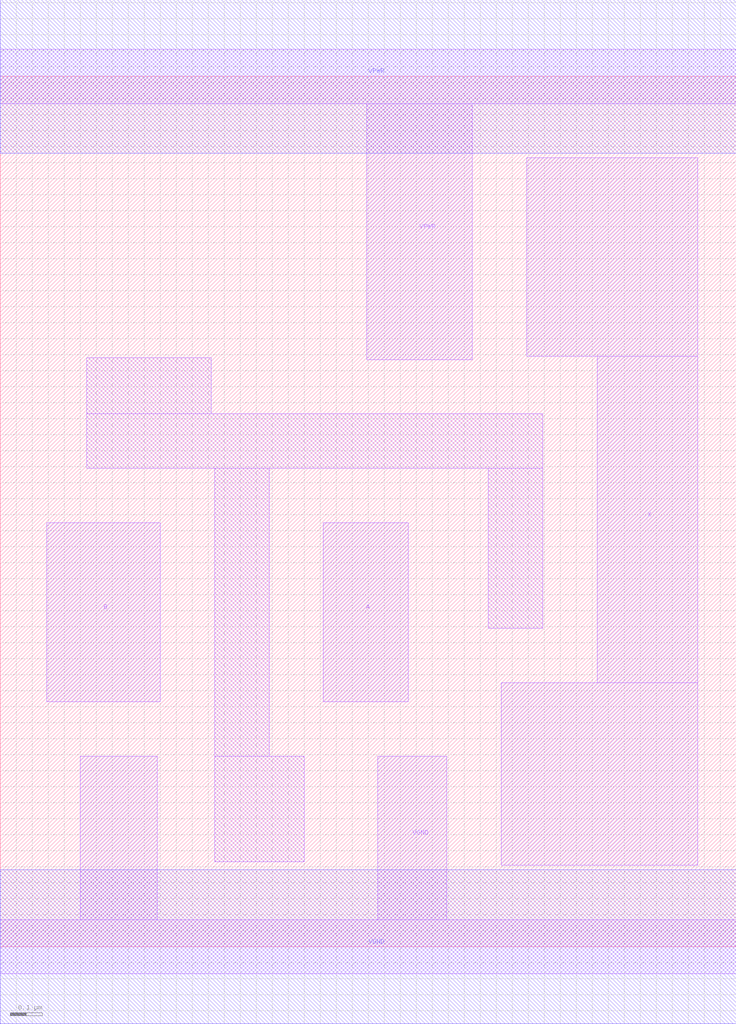
<source format=lef>
# Copyright 2020 The SkyWater PDK Authors
#
# Licensed under the Apache License, Version 2.0 (the "License");
# you may not use this file except in compliance with the License.
# You may obtain a copy of the License at
#
#     https://www.apache.org/licenses/LICENSE-2.0
#
# Unless required by applicable law or agreed to in writing, software
# distributed under the License is distributed on an "AS IS" BASIS,
# WITHOUT WARRANTIES OR CONDITIONS OF ANY KIND, either express or implied.
# See the License for the specific language governing permissions and
# limitations under the License.
#
# SPDX-License-Identifier: Apache-2.0

VERSION 5.5 ;
NAMESCASESENSITIVE ON ;
BUSBITCHARS "[]" ;
DIVIDERCHAR "/" ;
MACRO sky130_fd_sc_hd__or2_1
  CLASS CORE ;
  SOURCE USER ;
  ORIGIN  0.000000  0.000000 ;
  SIZE  2.300000 BY  2.720000 ;
  SYMMETRY X Y R90 ;
  SITE unithd ;
  PIN A
    ANTENNAGATEAREA  0.126000 ;
    DIRECTION INPUT ;
    USE SIGNAL ;
    PORT
      LAYER li1 ;
        RECT 1.010000 0.765000 1.275000 1.325000 ;
    END
  END A
  PIN B
    ANTENNAGATEAREA  0.126000 ;
    DIRECTION INPUT ;
    USE SIGNAL ;
    PORT
      LAYER li1 ;
        RECT 0.145000 0.765000 0.500000 1.325000 ;
    END
  END B
  PIN X
    ANTENNADIFFAREA  0.509000 ;
    DIRECTION OUTPUT ;
    USE SIGNAL ;
    PORT
      LAYER li1 ;
        RECT 1.565000 0.255000 2.180000 0.825000 ;
        RECT 1.645000 1.845000 2.180000 2.465000 ;
        RECT 1.865000 0.825000 2.180000 1.845000 ;
    END
  END X
  PIN VGND
    DIRECTION INOUT ;
    SHAPE ABUTMENT ;
    USE GROUND ;
    PORT
      LAYER li1 ;
        RECT 0.000000 -0.085000 2.300000 0.085000 ;
        RECT 0.250000  0.085000 0.490000 0.595000 ;
        RECT 1.180000  0.085000 1.395000 0.595000 ;
    END
    PORT
      LAYER met1 ;
        RECT 0.000000 -0.240000 2.300000 0.240000 ;
    END
  END VGND
  PIN VPWR
    DIRECTION INOUT ;
    SHAPE ABUTMENT ;
    USE POWER ;
    PORT
      LAYER li1 ;
        RECT 0.000000 2.635000 2.300000 2.805000 ;
        RECT 1.145000 1.835000 1.475000 2.635000 ;
    END
    PORT
      LAYER met1 ;
        RECT 0.000000 2.480000 2.300000 2.960000 ;
    END
  END VPWR
  OBS
    LAYER li1 ;
      RECT 0.270000 1.495000 1.695000 1.665000 ;
      RECT 0.270000 1.665000 0.660000 1.840000 ;
      RECT 0.670000 0.265000 0.950000 0.595000 ;
      RECT 0.670000 0.595000 0.840000 1.495000 ;
      RECT 1.525000 0.995000 1.695000 1.495000 ;
  END
END sky130_fd_sc_hd__or2_1

</source>
